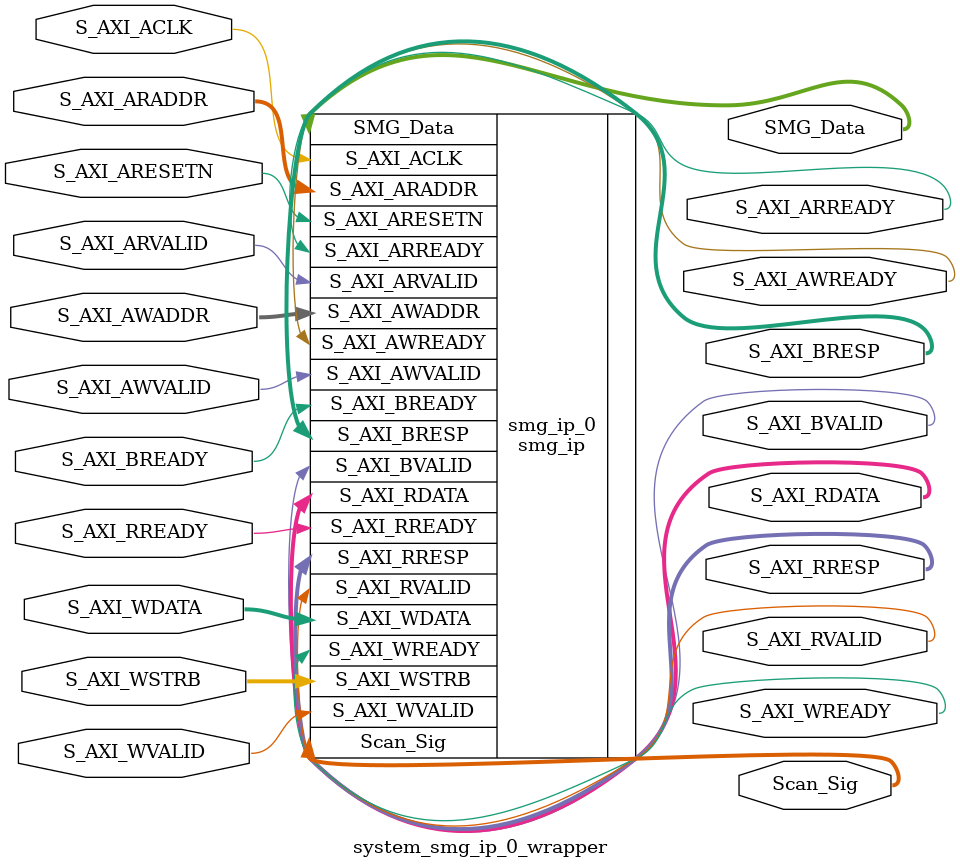
<source format=v>

module system_smg_ip_0_wrapper
  (
    SMG_Data,
    Scan_Sig,
    S_AXI_ACLK,
    S_AXI_ARESETN,
    S_AXI_AWADDR,
    S_AXI_AWVALID,
    S_AXI_WDATA,
    S_AXI_WSTRB,
    S_AXI_WVALID,
    S_AXI_BREADY,
    S_AXI_ARADDR,
    S_AXI_ARVALID,
    S_AXI_RREADY,
    S_AXI_ARREADY,
    S_AXI_RDATA,
    S_AXI_RRESP,
    S_AXI_RVALID,
    S_AXI_WREADY,
    S_AXI_BRESP,
    S_AXI_BVALID,
    S_AXI_AWREADY
  );
  output [7:0] SMG_Data;
  output [5:0] Scan_Sig;
  input S_AXI_ACLK;
  input S_AXI_ARESETN;
  input [31:0] S_AXI_AWADDR;
  input S_AXI_AWVALID;
  input [31:0] S_AXI_WDATA;
  input [3:0] S_AXI_WSTRB;
  input S_AXI_WVALID;
  input S_AXI_BREADY;
  input [31:0] S_AXI_ARADDR;
  input S_AXI_ARVALID;
  input S_AXI_RREADY;
  output S_AXI_ARREADY;
  output [31:0] S_AXI_RDATA;
  output [1:0] S_AXI_RRESP;
  output S_AXI_RVALID;
  output S_AXI_WREADY;
  output [1:0] S_AXI_BRESP;
  output S_AXI_BVALID;
  output S_AXI_AWREADY;

  smg_ip
    #(
      .C_S_AXI_DATA_WIDTH ( 32 ),
      .C_S_AXI_ADDR_WIDTH ( 32 ),
      .C_S_AXI_MIN_SIZE ( 32'h000001ff ),
      .C_USE_WSTRB ( 0 ),
      .C_DPHASE_TIMEOUT ( 8 ),
      .C_BASEADDR ( 32'h77a00000 ),
      .C_HIGHADDR ( 32'h77a0ffff ),
      .C_FAMILY ( "spartan6" ),
      .C_NUM_REG ( 1 ),
      .C_NUM_MEM ( 1 ),
      .C_SLV_AWIDTH ( 32 ),
      .C_SLV_DWIDTH ( 32 )
    )
    smg_ip_0 (
      .SMG_Data ( SMG_Data ),
      .Scan_Sig ( Scan_Sig ),
      .S_AXI_ACLK ( S_AXI_ACLK ),
      .S_AXI_ARESETN ( S_AXI_ARESETN ),
      .S_AXI_AWADDR ( S_AXI_AWADDR ),
      .S_AXI_AWVALID ( S_AXI_AWVALID ),
      .S_AXI_WDATA ( S_AXI_WDATA ),
      .S_AXI_WSTRB ( S_AXI_WSTRB ),
      .S_AXI_WVALID ( S_AXI_WVALID ),
      .S_AXI_BREADY ( S_AXI_BREADY ),
      .S_AXI_ARADDR ( S_AXI_ARADDR ),
      .S_AXI_ARVALID ( S_AXI_ARVALID ),
      .S_AXI_RREADY ( S_AXI_RREADY ),
      .S_AXI_ARREADY ( S_AXI_ARREADY ),
      .S_AXI_RDATA ( S_AXI_RDATA ),
      .S_AXI_RRESP ( S_AXI_RRESP ),
      .S_AXI_RVALID ( S_AXI_RVALID ),
      .S_AXI_WREADY ( S_AXI_WREADY ),
      .S_AXI_BRESP ( S_AXI_BRESP ),
      .S_AXI_BVALID ( S_AXI_BVALID ),
      .S_AXI_AWREADY ( S_AXI_AWREADY )
    );

endmodule


</source>
